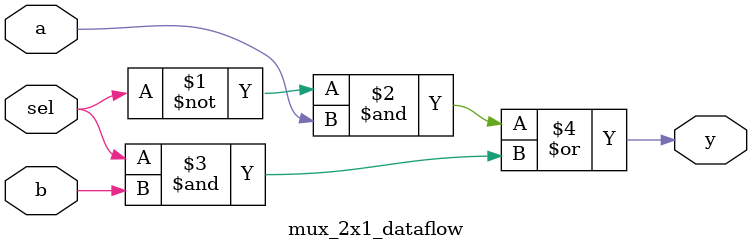
<source format=v>
`timescale 1ns / 1ps

module mux_2x1_dataflow(
                    input a,b,sel,
                    output y
                        );
                        
    assign y = (~sel & a)  | (sel & b); 
                     
endmodule

</source>
